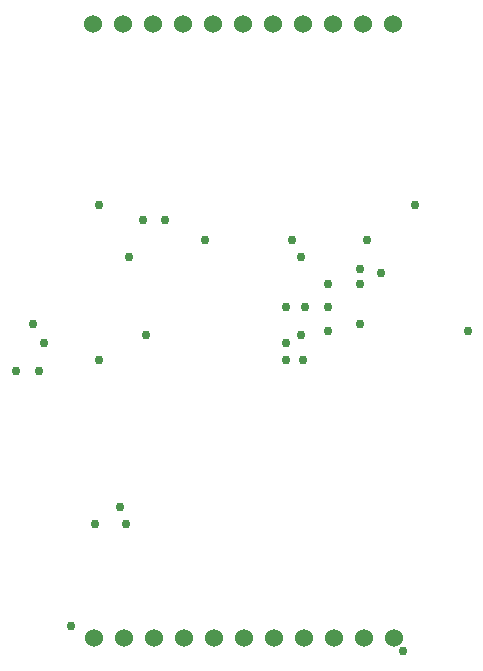
<source format=gbr>
G04 EAGLE Gerber RS-274X export*
G75*
%MOMM*%
%FSLAX34Y34*%
%LPD*%
%INEAGLE Copper Layer 15*%
%IPPOS*%
%AMOC8*
5,1,8,0,0,1.08239X$1,22.5*%
G01*
%ADD10C,1.524000*%
%ADD11C,0.756400*%


D10*
X596964Y41275D03*
X622364Y41275D03*
X647764Y41275D03*
X673164Y41275D03*
X698564Y41275D03*
X723964Y41275D03*
X749364Y41275D03*
X774764Y41275D03*
X800164Y41275D03*
X825564Y41275D03*
X850964Y41275D03*
X850011Y560515D03*
X824611Y560515D03*
X799211Y560515D03*
X773811Y560515D03*
X748411Y560515D03*
X723011Y560515D03*
X697611Y560515D03*
X672211Y560515D03*
X646811Y560515D03*
X621411Y560515D03*
X596011Y560515D03*
D11*
X638400Y395200D03*
X657600Y395200D03*
X598400Y137600D03*
X624000Y137600D03*
X619200Y152000D03*
X577600Y51200D03*
X859200Y30400D03*
X764800Y377600D03*
X691200Y377600D03*
X828800Y377600D03*
X545600Y307200D03*
X822400Y307200D03*
X531200Y267200D03*
X550400Y267200D03*
X776000Y321600D03*
X795200Y321600D03*
X822400Y353600D03*
X840000Y350400D03*
X760000Y321600D03*
X772800Y297600D03*
X641600Y297600D03*
X774400Y276800D03*
X760000Y276800D03*
X601600Y276800D03*
X772800Y363200D03*
X627200Y363200D03*
X868800Y408000D03*
X601600Y408000D03*
X795200Y340800D03*
X822400Y340800D03*
X795200Y300800D03*
X913600Y300800D03*
X760000Y291200D03*
X555200Y291200D03*
M02*

</source>
